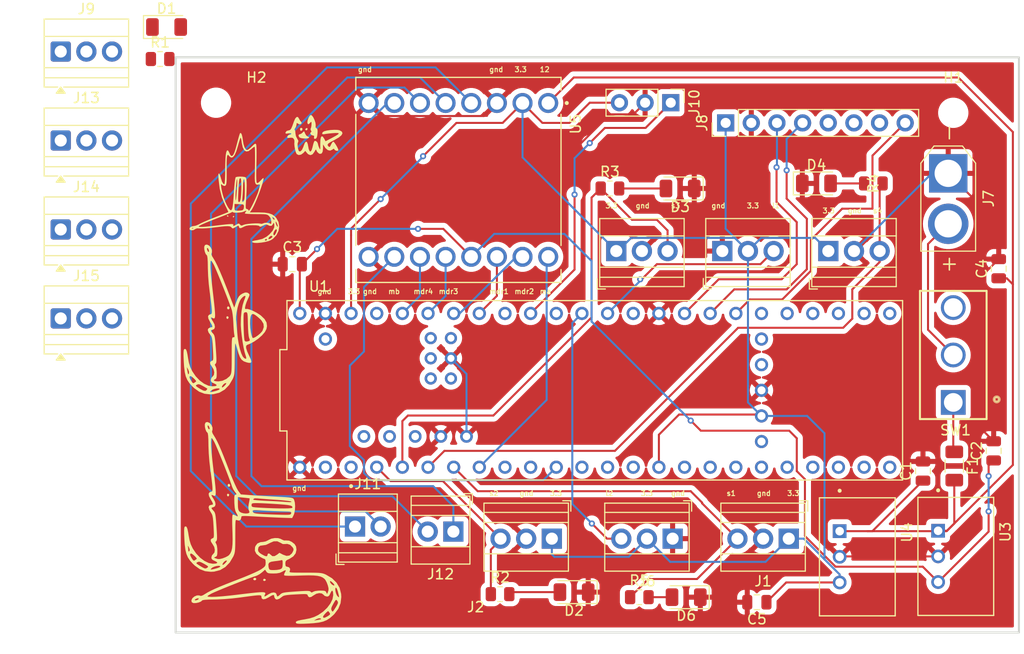
<source format=kicad_pcb>
(kicad_pcb (version 20241229) (generator "pcbnew") (generator_version "9.0")
  (layers (0 "F.Cu" signal) (2 "B.Cu" signal) (13 "F.Paste" user) (15 "B.Paste" user) (5 "F.SilkS" user "F.Silkscreen") (7 "B.SilkS" user "B.Silkscreen") (1 "F.Mask" user) (3 "B.Mask" user) (25 "Edge.Cuts" user))
  (net 0 "")
  (net 1 "+12V")
  (net 2 "GND")
  (net 3 "+5V")
  (net 4 "+3.3V")
  (net 5 "s2")
  (net 6 "s3")
  (net 7 "s4")
  (net 8 "Net-(SW1-A)")
  (net 9 "s1")
  (net 10 "L1")
  (net 11 "L2")
  (net 12 "start")
  (net 15 "motorapwm")
  (net 18 "motorbpwm")
  (net 23 "unconnected-(U1-RX1-Pad0)")
  (net 32 "int")
  (net 33 "Net-(D1-A)")
  (net 35 "mode 1")
  (net 41 "mode 3")
  (net 42 "mode 0")
  (net 56 "mdr4")
  (net 57 "Net-(J11-Pin_2)")
  (net 58 "Net-(J11-Pin_1)")
  (net 59 "Net-(J12-Pin_1)")
  (net 60 "Net-(J7-Pin_2)")
  (net 61 "Net-(D2-A)")
  (net 62 "Net-(D3-A)")
  (net 63 "Net-(D4-A)")
  (net 64 "Net-(D6-A)")
  (net 65 "Net-(J12-Pin_2)")
  (net 66 "mdr1")
  (net 67 "mdr2")
  (net 68 "mdr3")
  (net 69 "scl")
  (net 70 "sda")
  (net 73 "mode 2")
  (footprint "pleseowrk:voltageregulator" (layer "F.Cu") (at 154.75 73.96 -90)
    (property "Reference" "U3")
    (property "Value" "R-78K5.0-0.5")
  )
  (footprint "TerminalBlock:TerminalBlock_Xinya_XY308-2.54-2P_1x02_P2.54mm_Horizontal" (layer "F.Cu") (at 105 71.5 180)
    (property "Reference" "J12")
    (property "Value" "Screw_Terminal_01x02")
  )
  (footprint "Capacitor_SMD:C_0805_2012Metric" (layer "F.Cu") (at 89.05 45)
    (property "Reference" "C3")
    (property "Value" "0.1uF")
  )
  (footprint "Fuse:Fuse_1206_3216Metric" (layer "F.Cu") (at 154.6 65 -90)
    (property "Reference" "F1")
    (property "Value" "Fuse")
  )
  (footprint "Resistor_SMD:R_0805_2012Metric" (layer "F.Cu") (at 109.6225 77.7)
    (property "Reference" "R2")
    (property "Value" "R_US")
  )
  (footprint "Capacitor_SMD:C_0805_2012Metric" (layer "F.Cu") (at 158.5 63.5 90)
    (property "Reference" "C2")
    (property "Value" "10 uF")
  )
  (footprint "TerminalBlock:TerminalBlock_Xinya_XY308-2.54-3P_1x03_P2.54mm_Horizontal" (layer "F.Cu") (at 126.71 72.2 180)
    (property "Reference" "J6")
    (property "Value" "Screw_Terminal_01x03")
  )
  (footprint "LOGO" (layer "F.Cu") (at 82.5 50.5 -90)
    (property "Reference" "G***" (hide yes))
    (property "Value" "LOGO" (hide yes))
  )
  (footprint "LOGO" (layer "F.Cu") (at 91.5 32.5)
    (property "Reference" "G***" (hide yes))
    (property "Value" "LOGO" (hide yes))
  )
  (footprint "TerminalBlock:TerminalBlock_Xinya_XY308-2.54-3P_1x03_P2.54mm_Horizontal" (layer "F.Cu") (at 131.63 43.7)
    (property "Reference" "J5" (hide yes))
    (property "Value" "Screw_Terminal_01x03")
  )
  (footprint "TerminalBlock:TerminalBlock_Xinya_XY308-2.54-3P_1x03_P2.54mm_Horizontal" (layer "F.Cu") (at 66.12 41.56)
    (property "Reference" "J14")
    (property "Value" "Screw_Terminal_01x03")
  )
  (footprint "LED_SMD:LED_1206_3216Metric" (layer "F.Cu") (at 76.6 21.5)
    (property "Reference" "D1")
    (property "Value" "LED")
  )
  (footprint "pleseowrk:teensy" (layer "F.Cu") (at 119 57.5)
    (property "Reference" "U1")
    (property "Value" "DEV-16771")
  )
  (footprint "Resistor_SMD:R_0805_2012Metric" (layer "F.Cu") (at 146.5875 37 180)
    (property "Reference" "R4")
    (property "Value" "R_US")
  )
  (footprint "LOGO" (layer "F.Cu") (at 83.5 37.5)
    (property "Reference" "G***" (hide yes))
    (property "Value" "LOGO" (hide yes))
  )
  (footprint "TerminalBlock:TerminalBlock_Xinya_XY308-2.54-2P_1x02_P2.54mm_Horizontal" (layer "F.Cu") (at 95.26 71)
    (property "Reference" "J11")
    (property "Value" "Screw_Terminal_01x02")
  )
  (footprint "LED_SMD:LED_1206_3216Metric" (layer "F.Cu") (at 127.45 37.5 180)
    (property "Reference" "D3")
    (property "Value" "LED")
  )
  (footprint "Connector_AMASS:AMASS_XT30U-F_1x02_P5.0mm_Vertical" (layer "F.Cu") (at 154 36 -90)
    (property "Reference" "J7")
    (property "Value" "Battery")
  )
  (footprint "LED_SMD:LED_1206_3216Metric" (layer "F.Cu") (at 128.05 78 180)
    (property "Reference" "D6")
    (property "Value" "LED")
  )
  (footprint "TerminalBlock:TerminalBlock_Xinya_XY308-2.54-3P_1x03_P2.54mm_Horizontal" (layer "F.Cu") (at 66.12 23.93)
    (property "Reference" "J9")
    (property "Value" "Screw_Terminal_01x03")
  )
  (footprint "pleseowrk:voltageregulator" (layer "F.Cu") (at 145 74 -90)
    (property "Reference" "U4")
    (property "Value" "R-78K5.0-0.5")
  )
  (footprint "Resistor_SMD:R_0805_2012Metric" (layer "F.Cu") (at 123.4125 78)
    (property "Reference" "R5")
    (property "Value" "R_US")
  )
  (footprint "TerminalBlock:TerminalBlock_Xinya_XY308-2.54-3P_1x03_P2.54mm_Horizontal" (layer "F.Cu") (at 121.13 43.7)
    (property "Reference" "J3" (hide yes))
    (property "Value" "Screw_Terminal_01x03")
  )
  (footprint "TerminalBlock:TerminalBlock_Xinya_XY308-2.54-3P_1x03_P2.54mm_Horizontal" (layer "F.Cu") (at 66.12 50.375)
    (property "Reference" "J15")
    (property "Value" "Screw_Terminal_01x03")
  )
  (footprint "LOGO" (layer "F.Cu") (at 84 68 -90)
    (property "Reference" "G***" (hide yes))
    (property "Value" "LOGO" (hide yes))
  )
  (footprint "TerminalBlock:TerminalBlock_Xinya_XY308-2.54-3P_1x03_P2.54mm_Horizontal" (layer "F.Cu") (at 138.21 72.2 180)
    (property "Reference" "J1")
    (property "Value" "Screw_Terminal_01x03")
  )
  (footprint "TerminalBlock:TerminalBlock_Xinya_XY308-2.54-3P_1x03_P2.54mm_Horizontal" (layer "F.Cu") (at 66.12 32.745)
    (property "Reference" "J13")
    (property "Value" "Screw_Terminal_01x03")
  )
  (footprint "MountingHole:MountingHole_2.5mm" (layer "F.Cu") (at 81.5 29)
    (property "Reference" "H2")
    (property "Value" "MountingHole")
  )
  (footprint "pleseowrk:switch" (layer "F.Cu") (at 154.5 54 180)
    (property "Reference" "SW1")
    (property "Value" "SW_SPDT")
  )
  (footprint "Resistor_SMD:R_0805_2012Metric" (layer "F.Cu") (at 120.5 37.5)
    (property "Reference" "R3")
    (property "Value" "R_US")
  )
  (footprint "MountingHole:MountingHole_2.5mm" (layer "F.Cu") (at 154.5 30)
    (property "Reference" "H1")
    (property "Value" "MountingHole")
  )
  (footprint "LED_SMD:LED_1206_3216Metric" (layer "F.Cu") (at 116.95 77.5 180)
    (property "Reference" "D2")
    (property "Value" "LED")
  )
  (footprint "Connector_PinHeader_2.54mm:PinHeader_1x03_P2.54mm_Vertical" (layer "F.Cu") (at 126.525 29 -90)
    (property "Reference" "J10")
    (property "Value" "Conn_01x03_Pin")
  )
  (footprint "pleseowrk:driver" (layer "F.Cu") (at 105.5 36.65 -90)
    (property "Reference" "U5")
    (property "Value" "ROB-14450")
  )
  (footprint "LED_SMD:LED_1206_3216Metric" (layer "F.Cu") (at 140.95 37)
    (property "Reference" "D4")
    (property "Value" "LED")
  )
  (footprint "TerminalBlock:TerminalBlock_Xinya_XY308-2.54-3P_1x03_P2.54mm_Horizontal" (layer "F.Cu") (at 114.75 72.2 180)
    (property "Reference" "J2")
    (property "Value" "Screw_Terminal_01x03")
  )
  (footprint "Capacitor_SMD:C_0805_2012Metric" (layer "F.Cu") (at 159 45.45 90)
    (property "Reference" "C4")
    (property "Value" "10uF")
  )
  (footprint "Connector_PinHeader_2.54mm:PinHeader_1x08_P2.54mm_Vertical" (layer "F.Cu") (at 131.96 31 90)
    (property "Reference" "J8")
    (property "Value" "Conn_01x08_Pin")
  )
  (footprint "TerminalBlock:TerminalBlock_Xinya_XY308-2.54-3P_1x03_P2.54mm_Horizontal" (layer "F.Cu") (at 142.13 43.7)
    (property "Reference" "J4" (hide yes))
    (property "Value" "Screw_Terminal_01x03")
  )
  (footprint "Resistor_SMD:R_0805_2012Metric" (layer "F.Cu") (at 75.96 24.67)
    (property "Reference" "R1")
    (property "Value" "R_US")
  )
  (footprint "LOGO" (layer "F.Cu") (at 86.5 76.5)
    (property "Reference" "G***" (hide yes))
    (property "Value" "LOGO" (hide yes))
  )
  (footprint "Capacitor_SMD:C_0805_2012Metric" (layer "F.Cu") (at 151.5 65.5 90)
    (property "Reference" "C1")
    (property "Value" "10uF")
  )
  (footprint "Capacitor_SMD:C_0805_2012Metric" (layer "F.Cu") (at 135.05 78.5 180)
    (property "Reference" "C5")
    (property "Value" "10uF")
  )
  (gr_rect (start 77.5 24.5) (end 161 81.5) (stroke (width 0.2)) (fill no) (layer "Edge.Cuts"))
  (gr_text "gnd" (at 130.5 39.5 0) (layer "F.SilkS") (effects (font (size 0.5 0.5) (thickness 0.1) (bold yes)) (justify left bottom)))
  (gr_text "s3" (at 126.5 39.5 0) (layer "F.SilkS") (effects (font (size 0.5 0.5) (thickness 0.1) (bold yes)) (justify left bottom)))
  (gr_text "3.3" (at 114.5 68 0) (layer "F.SilkS") (effects (font (size 0.5 0.5) (thickness 0.1) (bold yes)) (justify left bottom)))
  (gr_text "mdr1" (at 108.5 48 0) (layer "F.SilkS") (effects (font (size 0.5 0.5) (thickness 0.1) (bold yes)) (justify left bottom)))
  (gr_text "gnd" (at 89 67.5 0) (layer "F.SilkS") (effects (font (size 0.5 0.5) (thickness 0.1) (bold yes)) (justify left bottom)))
  (gr_text "gnd" (at 111.5 68 0) (layer "F.SilkS") (effects (font (size 0.5 0.5) (thickness 0.1) (bold yes)) (justify left bottom)))
  (gr_text "s4" (at 146.5 40 0) (layer "F.SilkS") (effects (font (size 0.5 0.5) (thickness 0.1) (bold yes)) (justify left bottom)))
  (gr_text "12" (at 113.5 26 0) (layer "F.SilkS") (effects (font (size 0.5 0.5) (thickness 0.1) (bold yes)) (justify left bottom)))
  (gr_text "3.3" (at 111 26 0) (layer "F.SilkS") (effects (font (size 0.5 0.5) (thickness 0.1) (bold yes)) (justify left bottom)))
  (gr_text "gnd" (at 91.5 48 0) (layer "F.SilkS") (effects (font (size 0.5 0.5) (thickness 0.1) (bold yes)) (justify left bottom)))
  (gr_text "3.3" (at 134 39.5 0) (layer "F.SilkS") (effects (font (size 0.5 0.5) (thickness 0.1) (bold yes)) (justify left bottom)))
  (gr_text "gnd" (at 96 48 0) (layer "F.SilkS") (effects (font (size 0.5 0.5) (thickness 0.1) (bold yes)) (justify left bottom)))
  (gr_text "3.3" (at 123.5 68 0) (layer "F.SilkS") (effects (font (size 0.5 0.5) (thickness 0.1) (bold yes)) (justify left bottom)))
  (gr_text "3.3" (at 141.5 40 0) (layer "F.SilkS") (effects (font (size 0.5 0.5) (thickness 0.1) (bold yes)) (justify left bottom)))
  (gr_text "ma" (at 113.5 48 0) (layer "F.SilkS") (effects (font (size 0.5 0.5) (thickness 0.1) (bold yes)) (justify left bottom)))
  (gr_text "mdr3" (at 103.5 48 0) (layer "F.SilkS") (effects (font (size 0.5 0.5) (thickness 0.1) (bold yes)) (justify left bottom)))
  (gr_text "gnd" (at 135 68 0) (layer "F.SilkS") (effects (font (size 0.5 0.5) (thickness 0.1) (bold yes)) (justify left bottom)))
  (gr_text "l1" (at 136.5 39.5 0) (layer "F.SilkS") (effects (font (size 0.5 0.5) (thickness 0.1) (bold yes)) (justify left bottom)))
  (gr_text "gnd" (at 126.5 68 0) (layer "F.SilkS") (effects (font (size 0.5 0.5) (thickness 0.1) (bold yes)) (justify left bottom)))
  (gr_text "gnd" (at 144 40 0) (layer "F.SilkS") (effects (font (size 0.5 0.5) (thickness 0.1) (bold yes)) (justify left bottom)))
  (gr_text "3.3" (at 94.5 48 0) (layer "F.SilkS") (effects (font (size 0.5 0.5) (thickness 0.1) (bold yes)) (justify left bottom)))
  (gr_text "mb" (at 98.5 48 0) (layer "F.SilkS") (effects (font (size 0.5 0.5) (thickness 0.1) (bold yes)) (justify left bottom)))
  (gr_text "gnd" (at 123 39.5 0) (layer "F.SilkS") (effects (font (size 0.5 0.5) (thickness 0.1) (bold yes)) (justify left bottom)))
  (gr_text "gnd" (at 108.5 26 0) (layer "F.SilkS") (effects (font (size 0.5 0.5) (thickness 0.1) (bold yes)) (justify left bottom)))
  (gr_text "3.3" (at 120 39.5 0) (layer "F.SilkS") (effects (font (size 0.5 0.5) (thickness 0.1) (bold yes)) (justify left bottom)))
  (gr_text "3.3" (at 138 68 0) (layer "F.SilkS") (effects (font (size 0.5 0.5) (thickness 0.1) (bold yes)) (justify left bottom)))
  (gr_text "l2" (at 120 68 0) (layer "F.SilkS") (effects (font (size 0.5 0.5) (thickness 0.1) (bold yes)) (justify left bottom)))
  (gr_text "s1" (at 132 68 0) (layer "F.SilkS") (effects (font (size 0.5 0.5) (thickness 0.1) (bold yes)) (justify left bottom)))
  (gr_text "mdr4" (at 101 48 0) (layer "F.SilkS") (effects (font (size 0.5 0.5) (thickness 0.1) (bold yes)) (justify left bottom)))
  (gr_text "mdr2" (at 111 48 0) (layer "F.SilkS") (effects (font (size 0.5 0.5) (thickness 0.1) (bold yes)) (justify left bottom)))
  (gr_text "gnd" (at 95.5 26 0) (layer "F.SilkS") (effects (font (size 0.5 0.5) (thickness 0.1) (bold yes)) (justify left bottom)))
  (gr_text "s2" (at 108.5 68 0) (layer "F.SilkS") (effects (font (size 0.5 0.5) (thickness 0.1) (bold yes)) (justify left bottom)))
  (segment (start 160.4 47) (end 160.4 31.9) (width 0.2) (layer "F.Cu") (net 1))
  (segment (start 154.6 66.4) (end 154.6 70.699) (width 0.2) (layer "F.Cu") (net 1))
  (segment (start 153.839 71.46) (end 146 71.46) (width 0.2) (layer "F.Cu") (net 1))
  (segment (start 160.4 64.899) (end 160.4 47) (width 0.2) (layer "F.Cu") (net 1))
  (segment (start 159 46.4) (end 159.8 46.4) (width 0.2) (layer "F.Cu") (net 1))
  (segment (start 116.92 26.5) (end 114.39 29.03) (width 0.2) (layer "F.Cu") (net 1))
  (segment (start 159.8 46.4) (end 160.4 47) (width 0.2) (layer "F.Cu") (net 1))
  (segment (start 156.8995 68.3995) (end 158.6495 66.6495) (width 0.2) (layer "F.Cu") (net 1))
  (segment (start 160.4 31.9) (end 155 26.5) (width 0.2) (layer "F.Cu") (net 1))
  (segment (start 153 71.42) (end 153.879 71.42) (width 0.2) (layer "F.Cu") (net 1))
  (segment (start 153.879 71.42) (end 156.8995 68.3995) (width 0.2) (layer "F.Cu") (net 1))
  (segment (start 158.6495 66.6495) (end 160.4 64.899) (width 0.2) (layer "F.Cu") (net 1))
  (segment (start 155 26.5) (end 116.92 26.5) (width 0.2) (layer "F.Cu") (net 1))
  (segment (start 146.49 71.46) (end 146 71.46) (width 0.2) (layer "F.Cu") (net 1))
  (segment (start 151.5 66.45) (end 146.49 71.46) (width 0.2) (layer "F.Cu") (net 1))
  (segment (start 154.6 70.699) (end 153.839 71.46) (width 0.2) (layer "F.Cu") (net 1))
  (segment (start 146 71.46) (end 143.935 71.46) (width 0.2) (layer "F.Cu") (net 1))
  (segment (start 88.1 37.54) (end 88.1 45) (width 0.2) (layer "F.Cu") (net 2))
  (segment (start 159 41) (end 159 44.5) (width 0.2) (layer "F.Cu") (net 2))
  (segment (start 107.28 33.6) (end 117.051471 33.6) (width 0.2) (layer "F.Cu") (net 2))
  (segment (start 97.9 30.32) (end 96.61 29.03) (width 0.2) (layer "F.Cu") (net 2))
  (segment (start 154 36) (end 159 41) (width 0.2) (layer "F.Cu") (net 2))
  (segment (start 96.61 29.03) (end 88.1 37.54) (width 0.2) (layer "F.Cu") (net 2))
  (segment (start 109.31 29.03) (end 108.02 30.32) (width 0.2) (layer "F.Cu") (net 2))
  (segment (start 96.61 44.27) (end 107.28 33.6) (width 0.2) (layer "F.Cu") (net 2))
  (segment (start 153 73.96) (end 143.29 73.96) (width 0.2) (layer "F.Cu") (net 2))
  (segment (start 120.501471 30.15) (end 122.835 30.15) (width 0.2) (layer "F.Cu") (net 2))
  (segment (start 158.5 62.55) (end 157.5 61.55) (width 0.2) (layer "F.Cu") (net 2))
  (segment (start 128.85 37.5) (end 133 37.5) (width 0.2) (layer "F.Cu") (net 2))
  (segment (start 129.5875 78.5) (end 129.5875 77.3475) (width 0.2) (layer "F.Cu") (net 2))
  (segment (start 157.5 61.55) (end 157.5 46) (width 0.2) (layer "F.Cu") (net 2))
  (segment (start 133 37.5) (end 134.5 36) (width 0.2) (layer "F.Cu") (net 2))
  (segment (start 143.29 73.96) (end 143.25 74) (width 0.2) (layer "F.Cu") (net 2))
  (segment (start 129.5875 77.3475) (end 129.63 77.305) (width 0.2) (layer "F.Cu") (net 2))
  (segment (start 134.5 31) (end 134.5 36) (width 0.2) (layer "F.Cu") (net 2))
  (segment (start 108.02 30.32) (end 97.9 30.32) (width 0.2) (layer "F.Cu") (net 2))
  (segment (start 122.835 30.15) (end 123.985 29) (width 0.2) (layer "F.Cu") (net 2))
  (segment (start 157.5 46) (end 159 44.5) (width 0.2) (layer "F.Cu") (net 2))
  (segment (start 117.051471 33.6) (end 120.501471 30.15) (width 0.2) (layer "F.Cu") (net 2))
  (segment (start 106.3 55.87) (end 106.3 62.07) (width 0.2) (layer "B.Cu") (net 2))
  (segment (start 144.67 43.7) (end 152.37 36) (width 0.2) (layer "B.Cu") (net 2))
  (segment (start 104.76 54.33) (end 106.3 55.87) (width 0.2) (layer "B.Cu") (net 2))
  (segment (start 152.37 36) (end 154 36) (width 0.2) (layer "B.Cu") (net 2))
  (segment (start 104 41.5) (end 106.77 44.27) (width 0.2) (layer "F.Cu") (net 3))
  (segment (start 139.004 65.504) (end 139.004 62.254) (width 0.2) (layer "F.Cu") (net 3))
  (segment (start 158 66) (end 158 64.95) (width 0.2) (layer "F.Cu") (net 3))
  (segment (start 139.81042 71.944936) (end 139.81042 66.31042) (width 0.2) (layer "F.Cu") (net 3))
  (segment (start 139.004 62.254) (end 138.25 61.5) (width 0.2) (layer "F.Cu") (net 3))
  (segment (start 89.79 49.88) (end 89.79 45.21) (width 0.2) (layer "F.Cu") (net 3))
  (segment (start 139.81042 66.31042) (end 139.004 65.504) (width 0.2) (layer "F.Cu") (net 3))
  (segment (start 158 64.95) (end 158.5 64.45) (width 0.2) (layer "F.Cu") (net 3))
  (segment (start 129.5 61.5) (end 128.5 60.5) (width 0.2) (layer "F.Cu") (net 3))
  (segment (start 138.25 61.5) (end 129.5 61.5) (width 0.2) (layer "F.Cu") (net 3))
  (segment (start 101.5 41.5) (end 104 41.5) (width 0.2) (layer "F.Cu") (net 3))
  (segment (start 151.479 74.979) (end 142.844484 74.979) (width 0.2) (layer "F.Cu") (net 3))
  (segment (start 153 76.5) (end 151.479 74.979) (width 0.2) (layer "F.Cu") (net 3))
  (segment (start 142.844484 74.979) (end 139.81042 71.944936) (width 0.2) (layer "F.Cu") (net 3))
  (segment (start 153.05 76.55) (end 153 76.5) (width 0.2) (layer "F.Cu") (net 3))
  (segment (start 91.5 43.5) (end 90 45) (width 0.2) (layer "F.Cu") (net 3))
  (segment (start 158 71.5) (end 158 69.5) (width 0.2) (layer "F.Cu") (net 3))
  (segment (start 153 76.5) (end 158 71.5) (width 0.2) (layer "F.Cu") (net 3))
  (segment (start 89.79 45.21) (end 90 45) (width 0.2) (layer "F.Cu") (net 3))
  (via (at 128.5 60.5) (size 0.6) (drill 0.3) (layers "F.Cu" "B.Cu") (net 3))
  (via (at 158 69.5) (size 0.6) (drill 0.3) (layers "F.Cu" "B.Cu") (net 3))
  (via (at 158 66) (size 0.6) (drill 0.3) (layers "F.Cu" "B.Cu") (net 3))
  (via (at 101.5 41.5) (size 0.6) (drill 0.3) (layers "F.Cu" "B.Cu") (net 3))
  (via (at 91.5 43.5) (size 0.6) (drill 0.3) (layers "F.Cu" "B.Cu") (net 3))
  (segment (start 158 69.5) (end 158 66) (width 0.2) (layer "B.Cu") (net 3))
  (segment (start 153 76.5) (end 152.5 76.5) (width 0.2) (layer "B.Cu") (net 3))
  (segment (start 118.684 50.684) (end 118.684 44.684) (width 0.2) (layer "B.Cu") (net 3))
  (segment (start 93.5 41.5) (end 91.5 43.5) (width 0.2) (layer "B.Cu") (net 3))
  (segment (start 116 42) (end 109.04 42) (width 0.2) (layer "B.Cu") (net 3))
  (segment (start 101.5 41.5) (end 93.5 41.5) (width 0.2) (layer "B.Cu") (net 3))
  (segment (start 109.04 42) (end 106.77 44.27) (width 0.2) (layer "B.Cu") (net 3))
  (segment (start 118.684 44.684) (end 116 42) (width 0.2) (layer "B.Cu") (net 3))
  (segment (start 128.5 60.5) (end 118.684 50.684) (width 0.2) (layer "B.Cu") (net 3))
  (segment (start 143.25 76.54) (end 137.96 76.54) (width 0.2) (layer "F.Cu") (net 4))
  (segment (start 94.87 41.48) (end 97.8 38.55) (width 0.2) (layer "F.Cu") (net 4))
  (segment (start 94.87 42.13) (end 94.87 49.88) (width 0.2) (layer "F.Cu") (net 4))
  (segment (start 116.5 31) (end 113.82 31) (width 0.2) (layer "F.Cu") (net 4))
  (segment (start 113.82 31) (end 111.85 29.03) (width 0.2) (layer "F.Cu") (net 4))
  (segment (start 109.88 31) (end 111.85 29.03) (width 0.2) (layer "F.Cu") (net 4))
  (segment (start 137.96 76.54) (end 136 78.5) (width 0.2) (layer "F.Cu") (net 4))
  (segment (start 102 34.3) (end 105.3 31) (width 0.2) (layer "F.Cu") (net 4))
  (segment (start 105.3 31) (end 109.88 31) (width 0.2) (layer "F.Cu") (net 4))
  (segment (start 118.5 29) (end 116.5 31) (width 0.2) (layer "F.Cu") (net 4))
  (segment (start 125.35 65.12) (end 125.35 61.9) (width 0.2) (layer "F.Cu") (net 4))
  (segment (start 121.445 29) (end 118.5 29) (width 0.2) (layer "F.Cu") (net 4))
  (segment (start 94.87 42.13) (end 94.87 41.48) (width 0.2) (layer "F.Cu") (net 4))
  (segment (start 135.37 59.9) (end 135.51 60.04) (width 0.2) (layer "F.Cu") (net 4))
  (segment (start 125.35 61.9) (end 127.35 59.9) (width 0.2) (layer "F.Cu") (net 4))
  (segment (start 127.35 59.9) (end 135.37 59.9) (width 0.2) (layer "F.Cu") (net 4))
  (via (at 102 34.3) (size 0.6) (drill 0.3) (layers "F.Cu" "B.Cu") (net 4))
  (via (at 97.8 38.55) (size 0.6) (drill 0.3) (layers "F.Cu" "B.Cu") (net 4))
  (segment (start 121.13 43.7) (end 121.13 43.87) (width 0.2) (layer "B.Cu") (net 4))
  (segment (start 111.85 34.42) (end 121.13 43.7) (width 0.2) (layer "B.Cu") (net 4))
  (segment (start 122.6 42.4) (end 132.87 42.4) (width 0.2) (layer "B.Cu") (net 4))
  (segment (start 115 74) (end 122.37 74) (width 0.2) (layer "B.Cu") (net 4))
  (segment (start 111.85 29.03) (end 111.85 34.42) (width 0.2) (layer "B.Cu") (net 4))
  (segment (start 143.25 75.75) (end 143.25 76.54) (width 0.2) (layer "B.Cu") (net 4))
  (segment (start 122.37 74) (end 124.17 72.2) (width 0.2) (layer "B.Cu") (net 4))
  (segment (start 141.75 61.75884) (end 141.75 74.25) (width 0.2) (layer "B.Cu") (net 4))
  (segment (start 131.96 31) (end 131.96 41.49) (width 0.2) (layer "B.Cu") (net 4))
  (segment (start 124.17 72.2) (end 126.47 74.5) (width 0.2) (layer "B.Cu") (net 4))
  (segment (start 121.13 43.87) (end 122.6 42.4) (width 0.2) (layer "B.Cu") (net 4))
  (segment (start 114.75 73.75) (end 115 74) (width 0.2) (layer "B.Cu") (net 4))
  (segment (start 126.47 74.5) (end 135.5 74.5) (width 0.2) (layer "B.Cu") (net 4))
  (segment (start 138.21 72.2) (end 139.7 72.2) (width 0.2) (layer "B.Cu") (net 4))
  (segment (start 97.8 38.55) (end 102 34.35) (width 0.2) (layer "B.Cu") (net 4))
  (segment (start 134.17 58.7) (end 135.51 60.04) (width 0.2) (layer "B.Cu") (net 4))
  (segment (start 114.75 72.2) (end 114.75 73.75) (width 0.2) (layer "B.Cu") (net 4))
  (segment (start 141.75 74.25) (end 143.25 75.75) (width 0.2) (layer "B.Cu") (net 4))
  (segment (start 138.21 72.2) (end 135.91 74.5) (width 0.2) (layer "B.Cu") (net 4))
  (segment (start 132.87 42.4) (end 134.17 43.7) (width 0.2) (layer "B.Cu") (net 4))
  (segment (start 131.96 41.49) (end 132.87 42.4) (width 0.2) (layer "B.Cu") (net 4))
  (segment (start 135.47 42.4) (end 140.83 42.4) (width 0.2) (layer "B.Cu") (net 4))
  (segment (start 135.51 60.04) (end 140.03116 60.04) (width 0.2) (layer "B.Cu") (net 4))
  (segment (start 135.91 74.5) (end 135.5 74.5) (width 0.2) (layer "B.Cu") (net 4))
  (segment (start 139.7 72.2) (end 141.75 74.25) (width 0.2) (layer "B.Cu") (net 4))
  (segment (start 140.83 42.4) (end 142.13 43.7) (width 0.2) (layer "B.Cu") (net 4))
  (segment (start 140.03116 60.04) (end 141.75 61.75884) (width 0.2) (layer "B.Cu") (net 4))
  (segment (start 134.17 43.7) (end 134.17 58.7) (width 0.2) (layer "B.Cu") (net 4))
  (segment (start 102 34.35) (end 102 34.3) (width 0.2) (layer "B.Cu") (net 4))
  (segment (start 134.17 43.7) (end 135.47 42.4) (width 0.2) (layer "B.Cu") (net 4))
  (segment (start 104 66.53) (end 104 66.5) (width 0.2) (layer "F.Cu") (net 5))
  (segment (start 109.67 72.33) (end 108.71 73.29) (width 0.2) (layer "F.Cu") (net 5))
  (segment (start 109.67 72.2) (end 109.67 72.33) (width 0.2) (layer "F.Cu") (net 5))
  (segment (start 109.67 72.2) (end 104 66.53) (width 0.2) (layer "F.Cu") (net 5))
  (segment (start 108.71 73.29) (end 108.71 77.7) (width 0.2) (layer "F.Cu") (net 5))
  (segment (start 104 66.5) (end 98.79 66.5) (width 0.2) (layer "F.Cu") (net 5))
  (segment (start 98.79 66.5) (end 97.41 65.12) (width 0.2) (layer "F.Cu") (net 5))
  (segment (start 126.21 41.66) (end 125.15 40.6) (width 0.2) (layer "F.Cu") (net 6))
  (segment (start 118.684 38.4035) (end 118.684 50.27516) (width 0.2) (layer "F.Cu") (net 6))
  (segment (start 108.95916 60) (end 100.5 60) (width 0.2) (layer "F.Cu") (net 6))
  (segment (start 100.5 60) (end 99.95 60.55) (width 0.2) (layer "F.Cu") (net 6))
  (segment (start 99.95 60.55) (end 99.95 65.12) (width 0.2) (layer "F.Cu") (net 6))
  (segment (start 125.15 40.6) (end 122.6875 40.6) (width 0.2) (layer "F.Cu") (net 6))
  (segment (start 122.6875 40.6) (end 119.5875 37.5) (width 0.2) (layer "F.Cu") (net 6))
  (segment (start 126.21 43.7) (end 126.21 41.66) (width 0.2) (layer "F.Cu") (net 6))
  (segment (start 118.684 50.27516) (end 108.95916 60) (width 0.2) (layer "F.Cu") (net 6))
  (segment (start 119.5875 37.5) (end 118.684 38.4035) (width 0.2) (layer "F.Cu") (net 6))
  (segment (start 126.21 43.7) (end 125.8725 43.7) (width 0.2) (layer "F.Cu") (net 6))
  (segment (start 102.49 65.12) (end 104.11 63.5) (width 0.2) (layer "F.Cu") (net 7))
  (segment (start 121 63.5) (end 133.2 51.3) (width 0.2) (layer "F.Cu") (net 7))
  (segment (start 104.11 63.5) (end 121 63.5) (width 0.2) (layer "F.Cu") (net 7))
  (segment (start 133.2 51.3) (end 143.6 51.3) (width 0.2) (layer "F.Cu") (net 7))
  (segment (start 147.5 43.41) (end 147.21 43.7) (width 0.2) (layer "F.Cu") (net 7))
  (segment (start 147 43.49) (end 147.21 43.7) (width 0.2) (layer "F.Cu") (net 7))
  (segment (start 147.21 44.79) (end 147.21 43.7) (width 0.2) (layer "F.Cu") (net 7))
  (segment (start 143.6 51.3) (end 144.5 50.4) (width 0.2) (layer "F.Cu") (net 7))
  (segment (start 144.5 47.5) (end 147.21 44.79) (width 0.2) (layer "F.Cu") (net 7))
  (segment (start 147.21 43.7) (end 147.21 37.29) (width 0.2) (layer "F.Cu") (net 7))
  (segment (start 147.21 37.29) (end 147.5 37) (width 0.2) (layer "F.Cu") (net 7))
  (segment (start 144.5 50.4) (end 144.5 47.5) (width 0.2) (layer "F.Cu") (net 7))
  (segment (start 154.5 63.5) (end 154.6 63.6) (width 0.2) (layer "F.Cu") (net 8))
  (segment (start 154.5 58.7) (end 154.5 63.5) (width 0.2) (layer "F.Cu") (net 8))
  (segment (start 129.13 76.2) (end 133.13 72.2) (width 0.2) (layer "F.Cu") (net 9))
  (segment (start 107.41 67.5) (end 105.03 65.12) (width 0.2) (layer "F.Cu") (net 9))
  (segment (start 133.13 72.2) (end 129.63 68.7) (width 0.2) (layer "F.Cu") (net 9))
  (segment (start 129.63 68.63) (end 128.5 67.5) (width 0.2) (layer "F.Cu") (net 9))
  (segment (start 122.5 78) (end 124.3 76.2) (width 0.2) (layer "F.Cu") (net 9))
  (segment (start 124.3 76.2) (end 129.13 76.2) (width 0.2) (layer "F.Cu") (net 9))
  (segment (start 128.5 67.5) (end 107.41 67.5) (width 0.2) (layer "F.Cu") (net 9))
  (segment (start 129.63 68.7) (end 129.63 68.63) (width 0.2) (layer "F.Cu") (net 9))
  (segment (start 135.41 45) (end 125.15 45) (width 0.2) (layer "F.Cu") (net 10))
  (segment (start 136.71 43.7) (end 135.41 45) (width 0.2) (layer "F.Cu") (net 10))
  (segment (start 123.65 46.5) (end 125.15 45) (width 0.2) (layer "F.Cu") (net 10))
  (segment (start 123.5 46.5) (end 123.65 46.5) (width 0.2) (layer "F.Cu") (net 10))
  (via (at 123.5 46.5) (size 0.6) (drill 0.3) (layers "F.Cu" "B.Cu") (net 10))
  (segment (start 123.5 46.65) (end 123.5 46.5) (width 0.2) (layer "B.Cu") (net 10))
  (segment (start 120.27 49.88) (end 123.5 46.65) (width 0.2) (layer "B.Cu") (net 10))
  (segment (start 120.21 72.2) (end 118.71 70.7) (width 0.2) (layer "F.Cu") (net 11))
  (segment (start 121.63 72.2) (end 120.21 72.2) (width 0.2) (layer "F.Cu") (net 11))
  (via (at 118.71 70.7) (size 0.6) (drill 0.3) (layers "F.Cu" "B.Cu") (net 11))
  (segment (start 116.776 68.766) (end 116.776 50.834) (width 0.2) (layer "B.Cu") (net 11))
  (segment (start 118.71 70.7) (end 116.776 68.766) (width 0.2) (layer "B.Cu") (net 11))
  (segment (start 116.776 50.834) (end 117.73 49.88) (width 0.2) (layer "B.Cu") (net 11))
  (segment (start 124.025 31.5) (end 120 31.5) (width 0.2) (layer "F.Cu") (net 12))
  (segment (start 126.525 29) (end 126.5 29) (width 0.2) (layer "F.Cu") (net 12))
  (segment (start 117 38.1) (end 117 45.53) (width 0.2) (layer "F.Cu") (net 12))
  (segment (start 126.525 29) (end 124.025 31.5) (width 0.2) (layer "F.Cu") (net 12))
  (segment (start 117 45.53) (end 112.65 49.88) (width 0.2) (layer "F.Cu") (net 12))
  (segment (start 120 31.5) (end 118.5 33) (width 0.2) (layer "F.Cu") (net 12))
  (via (at 117 38.1) (size 0.6) (drill 0.3) (layers "F.Cu" "B.Cu") (net 12))
  (via (at 118.5 33) (size 0.6) (drill 0.3) (layers "F.Cu" "B.Cu") (net 12))
  (segment (start 117 34.5) (end 117 38.1) (width 0.2) (layer "B.Cu") (net 12))
  (segment (start 118.5 33) (end 117 34.5) (width 0.2) (layer "B.Cu") (net 12))
  (segment (start 114.27 44.27) (end 114 44) (width 0.2) (layer "B.Cu") (net 15))
  (segment (start 114.236 58.454) (end 107.57 65.12) (width 0.2) (layer "B.Cu") (net 15))
  (segment (start 114.236 44.424) (end 114.236 58.454) (width 0.2) (layer "B.Cu") (net 15))
  (segment (start 114.39 44.27) (end 114.236 44.424) (width 0.2) (layer "B.Cu") (net 15))
  (segment (start 96.15 53.65) (end 94.75 55.05) (width 0.2) (layer "B.Cu") (net 18))
  (segment (start 99.15 44.27) (end 98.996 44.424) (width 0.2) (layer "B.Cu") (net 18))
  (segment (start 94.75 63.01884) (end 96.15 64.41884) (width 0.2) (layer "B.Cu") (net 18))
  (segment (start 96.15 65.7) (end 96.85 66.4) (width 0.2) (layer "B.Cu") (net 18))
  (segment (start 96.15 64.41884) (end 96.15 65.7) (width 0.2) (layer "B.Cu") (net 18))
  (segment (start 113.91 66.4) (end 115.19 65.12) (width 0.2) (layer "B.Cu") (net 18))
  (segment (start 94.75 55.05) (end 94.75 63.01884) (width 0.2) (layer "B.Cu") (net 18))
  (segment (start 99.15 44.27) (end 99.23 44.27) (width 0.2) (layer "B.Cu") (net 18))
  (segment (start 96.15 47.27) (end 96.15 53.65) (width 0.2) (layer "B.Cu") (net 18))
  (segment (start 99.23 44.27) (end 99.5 44) (width 0.2) (layer "B.Cu") (net 18))
  (segment (start 99.15 44.27) (end 96.15 47.27) (width 0.2) (layer "B.Cu") (net 18))
  (segment (start 96.85 66.4) (end 113.91 66.4) (width 0.2) (layer "B.Cu") (net 18))
  (segment (start 92.126 64.72484) (end 92.126 65.51516) (width 0.2) (layer "F.Cu") (net 23))
  (segment (start 140.4 42.6) (end 140.4 45.665686) (width 0.2) (layer "F.Cu") (net 32))
  (segment (start 146.5 39.5) (end 143.5 39.5) (width 0.2) (layer "F.Cu") (net 32))
  (segment (start 137.565686 48.5) (end 134.35 48.5) (width 0.2) (layer "F.Cu") (net 32))
  (segment (start 149.74 31) (end 146.5 34.24) (width 0.2) (layer "F.Cu") (net 32))
  (segment (start 134.35 48.5) (end 132.97 49.88) (width 0.2) (layer "F.Cu") (net 32))
  (segment (start 143.5 39.5) (end 140.4 42.6) (width 0.2) (layer "F.Cu") (net 32))
  (segment (start 146.5 34.24) (end 146.5 39.5) (width 0.2) (layer "F.Cu") (net 32))
  (segment (start 140.4 45.665686) (end 137.565686 48.5) (width 0.2) (layer "F.Cu") (net 32))
  (segment (start 101.69 48.14) (end 99.95 49.88) (width 0.2) (layer "B.Cu") (net 56))
  (segment (start 101.69 44.27) (end 101.69 48.14) (width 0.2) (layer "B.Cu") (net 56))
  (segment (start 81 40) (end 81 65.5) (width 0.2) (layer "B.Cu") (net 57))
  (segment (start 81 65.5) (end 85 69.5) (width 0.2) (layer "B.Cu") (net 57))
  (segment (start 104.23 29.03) (end 101.7 26.5) (width 0.2) (layer "B.Cu") (net 57))
  (segment (start 85 69.5) (end 96.3 69.5) (width 0.2) (layer "B.Cu") (net 57))
  (segment (start 96.3 69.5) (end 97.8 71) (width 0.2) (layer "B.Cu") (net 57))
  (segment (start 94.5 26.5) (end 81 40) (width 0.2) (layer "B.Cu") (net 57))
  (segment (start 101.7 26.5) (end 94.5 26.5) (width 0.2) (layer "B.Cu") (net 57))
  (segment (start 84.5 71) (end 95.26 71) (width 0.2) (layer "B.Cu") (net 58))
  (segment (start 103.24 25.5) (end 92.5 25.5) (width 0.2) (layer "B.Cu") (net 58))
  (segment (start 79 39) (end 79 65.5) (width 0.2) (layer "B.Cu") (net 58))
  (segment (start 106.77 29.03) (end 103.24 25.5) (width 0.2) (layer "B.Cu") (net 58))
  (segment (start 79 65.5) (end 84.5 71) (width 0.2) (layer "B.Cu") (net 58))
  (segment (start 92.5 25.5) (end 79 39) (width 0.2) (layer "B.Cu") (net 58))
  (segment (start 99.15 29.03) (end 99.03 29.03) (width 0.2) (layer "F.Cu") (net 59))
  (segment (start 99.03 29.03) (end 99 29) (width 0.2) (layer "F.Cu") (net 59))
  (segment (start 103 67) (end 86 67) (width 0.2) (layer "B.Cu") (net 59))
  (segment (start 86 67) (end 85 66) (width 0.2) (layer "B.Cu") (net 59))
  (segment (start 105 69) (end 103 67) (width 0.2) (layer "B.Cu") (net 59))
  (segment (start 85 42.5) (end 98.47 29.03) (width 0.2) (layer "B.Cu") (net 59))
  (segment (start 99.5 29) (end 99.18 29) (width 0.2) (layer "B.Cu") (net 59))
  (segment (start 85 66) (end 85 42.5) (width 0.2) (layer "B.Cu") (net 59))
  (segment (start 98.47 29.03) (end 99.15 29.03) (width 0.2) (layer "B.Cu") (net 59))
  (segment (start 99.18 29) (end 99.15 29.03) (width 0.2) (layer "B.Cu") (net 59))
  (segment (start 105 71.5) (end 105 69) (width 0.2) (layer "B.Cu") (net 59))
  (segment (start 152 51.5) (end 154.5 54) (width 0.2) (layer "F.Cu") (net 60))
  (segment (start 154 41) (end 152 43) (width 0.2) (layer "F.Cu") (net 60))
  (segment (start 152 43) (end 152 51.5) (width 0.2) (layer "F.Cu") (net 60))
  (segment (start 115.4 77.5) (end 110.735 77.5) (width 0.2) (layer "F.Cu") (net 61))
  (segment (start 110.735 77.5) (end 110.535 77.7) (width 0.2) (layer "F.Cu") (net 61))
  (segment (start 110.71 77.875) (end 110.535 77.7) (width 0.2) (layer "F.Cu") (net 61))
  (segment (start 125.9 37.5) (end 121.4125 37.5) (width 0.2) (layer "F.Cu") (net 62))
  (segment (start 145.675 37) (end 142.5 37) (width 0.2) (layer "F.Cu") (net 63))
  (segment (start 126.5 78) (end 124.325 78) (width 0.2) (layer "F.Cu") (net 64))
  (segment (start 95.5 27.5) (end 83.5 39.5) (width 0.2) (layer "B.Cu") (net 65))
  (segment (start 85.5 68) (end 98.96 68) (width 0.2) (layer "B.Cu") (net 65))
  (segment (start 100.16 27.5) (end 95.5 27.5) (width 0.2) (layer "B.Cu") (net 65))
  (segment (start 83.5 39.5) (end 83.5 66) (width 0.2) (layer "B.Cu") (net 65))
  (segment (start 98.96 68) (end 102.46 71.5) (width 0.2) (layer "B.Cu") (net 65))
  (segment (start 101.69 29.03) (end 100.16 27.5) (width 0.2) (layer "B.Cu") (net 65))
  (segment (start 83.5 66) (end 85.5 68) (width 0.2) (layer "B.Cu") (net 65))
  (segment (start 109.31 44.27) (end 109.31 48.14) (width 0.2) (layer "F.Cu") (net 66))
  (segment (start 109.31 48.14) (end 107.57 49.88) (width 0.2) (layer "F.Cu") (net 66))
  (segment (start 111.23 44.27) (end 105.62 49.88) (width 0.2) (layer "B.Cu") (net 67))
  (segment (start 105.62 49.88) (end 105.03 49.88) (width 0.2) (layer "B.Cu") (net 67))
  (segment (start 111.85 44.27) (end 111.23 44.27) (width 0.2) (layer "B.Cu") (net 67))
  (segment (start 104.23 44.27) (end 104.23 48.14) (width 0.2) (layer "B.Cu") (net 68))
  (segment (start 104.23 48.14) (end 102.49 49.88) (width 0.2) (layer "B.Cu") (net 68))
  (segment (start 137 36.913916) (end 137 38.833916) (width 0.2) (layer "F.Cu") (net 69))
  (segment (start 131.27 46.5) (end 127.89 49.88) (width 0.2) (layer "F.Cu") (net 69))
  (segment (start 137 38.833916) (end 139 40.833916) (width 0.2) (layer "F.Cu") (net 69))
  (segment (start 139 45) (end 137.5 46.5) (width 0.2) (layer "F.Cu") (net 69))
  (segment (start 139 40.833916) (end 139 45) (width 0.2) (layer "F.Cu") (net 69))
  (segment (start 137 36.913916) (end 137 35.4) (width 0.2) (layer "F.Cu") (net 69))
  (segment (start 137.5 46.5) (end 131.27 46.5) (width 0.2) (layer "F.Cu") (net 69))
  (via (at 137 35.4) (size 0.6) (drill 0.3) (layers "F.Cu" "B.Cu") (net 69))
  (segment (start 137 35.4) (end 137.04 35.36) (width 0.2) (layer "B.Cu") (net 69))
  (segment (start 137.04 35.36) (end 137.04 31) (width 0.2) (layer "B.Cu") (net 69))
  (segment (start 132.81 47.5) (end 130.43 49.88) (width 0.2) (layer "F.Cu") (net 70))
  (segment (start 138 38.5) (end 140 40.5) (width 0.2) (layer "F.Cu") (net 70))
  (segment (start 139.58 31) (end 140 31.42) (width 0.2) (layer "F.Cu") (net 70))
  (segment (start 140 40.5) (end 140 45.5) (width 0.2) (layer "F.Cu") (net 70))
  (segment (start 138 38.5) (end 138 35.7) (width 0.2) (layer "F.Cu") (net 70))
  (segment (start 138 47.5) (end 132.81 47.5) (width 0.2) (layer "F.Cu") (net 70))
  (segment (start 140 45.5) (end 138 47.5) (width 0.2) (layer "F.Cu") (net 70))
  (via (at 138 35.7) (size 0.6) (drill 0.3) (layers "F.Cu" "B.Cu") (net 70))
  (segment (start 138 32.58) (end 139.58 31) (width 0.2) (layer "B.Cu") (net 70))
  (segment (start 138 35.7) (end 138 32.58) (width 0.2) (layer "B.Cu") (net 70))
  (zone (net 2) (net_name "GND") (layer "F.Cu") (connect_pads (clearance 0.5)) (min_thickness 0.25) (fill yes (thermal_gap 0.5) (thermal_bridge_width 0.5))
    (polygon (pts (xy 78 24.5) (xy 161.5 24.5) (xy 161 81.5) (xy 77.5 81.5)))
  )
)
</source>
